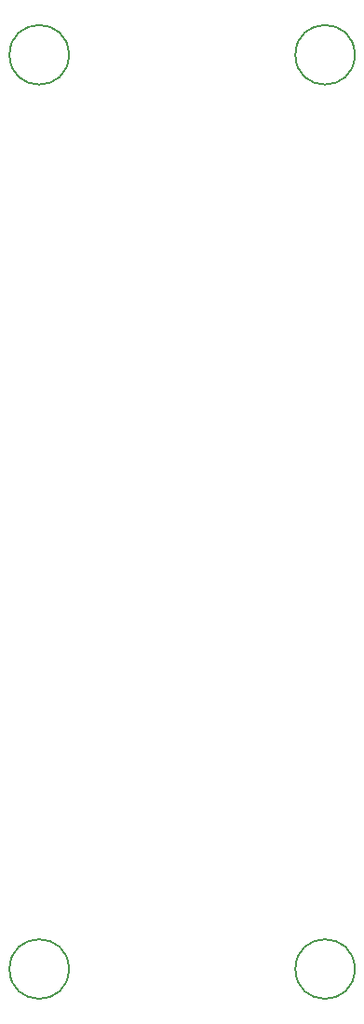
<source format=gbr>
From 199e1b522b1b3d5c5ebaf8c0a3e5959f84c253fd Mon Sep 17 00:00:00 2001
From: Dawsyn Schraiber <32221234+dawsynth@users.noreply.github.com>
Date: Wed, 29 Jan 2025 23:49:55 -0500
Subject: RP2040 PCB: Rev 1

---
 .../gerbers/active-drag-system-User_Comments.gbr   | 61 ++++++++++++++++++++++
 1 file changed, 61 insertions(+)
 create mode 100644 hardware/gerbers/active-drag-system-User_Comments.gbr

(limited to 'hardware/gerbers/active-drag-system-User_Comments.gbr')

diff --git a/hardware/gerbers/active-drag-system-User_Comments.gbr b/hardware/gerbers/active-drag-system-User_Comments.gbr
new file mode 100644
index 0000000..0806941
--- /dev/null
+++ b/hardware/gerbers/active-drag-system-User_Comments.gbr
@@ -0,0 +1,61 @@
+%TF.GenerationSoftware,KiCad,Pcbnew,8.0.7*%
+%TF.CreationDate,2025-01-08T02:27:13-05:00*%
+%TF.ProjectId,active-drag-system,61637469-7665-42d6-9472-61672d737973,rev?*%
+%TF.SameCoordinates,Original*%
+%TF.FileFunction,Other,Comment*%
+%FSLAX46Y46*%
+G04 Gerber Fmt 4.6, Leading zero omitted, Abs format (unit mm)*
+G04 Created by KiCad (PCBNEW 8.0.7) date 2025-01-08 02:27:13*
+%MOMM*%
+%LPD*%
+G01*
+G04 APERTURE LIST*
+%ADD10C,0.150000*%
+G04 APERTURE END LIST*
+D10*
+%TO.C,H3*%
+X163700000Y-147000000D02*
+G75*
+G02*
+X158300000Y-147000000I-2700000J0D01*
+G01*
+X158300000Y-147000000D02*
+G75*
+G02*
+X163700000Y-147000000I2700000J0D01*
+G01*
+%TO.C,H4*%
+X137700000Y-147000000D02*
+G75*
+G02*
+X132300000Y-147000000I-2700000J0D01*
+G01*
+X132300000Y-147000000D02*
+G75*
+G02*
+X137700000Y-147000000I2700000J0D01*
+G01*
+%TO.C,H1*%
+X137700000Y-64000000D02*
+G75*
+G02*
+X132300000Y-64000000I-2700000J0D01*
+G01*
+X132300000Y-64000000D02*
+G75*
+G02*
+X137700000Y-64000000I2700000J0D01*
+G01*
+%TO.C,H2*%
+X163700000Y-64000000D02*
+G75*
+G02*
+X158300000Y-64000000I-2700000J0D01*
+G01*
+X158300000Y-64000000D02*
+G75*
+G02*
+X163700000Y-64000000I2700000J0D01*
+G01*
+%TD*%
+M02*
-- 
cgit v1.2.3


</source>
